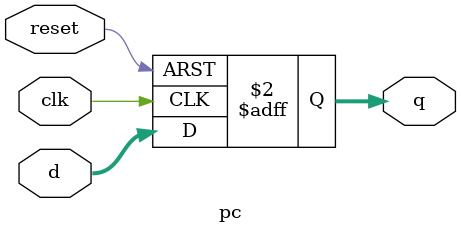
<source format=v>
module pc #(parameter WIDTH = 32)(
	input  clk, reset,
	input  [WIDTH-1:0]d,
	output reg [WIDTH-1:0]q
	);
	
	always@(posedge clk, posedge reset)
		begin
			if(reset)	q <= 0;
			else			q <= d;
		end

endmodule

</source>
